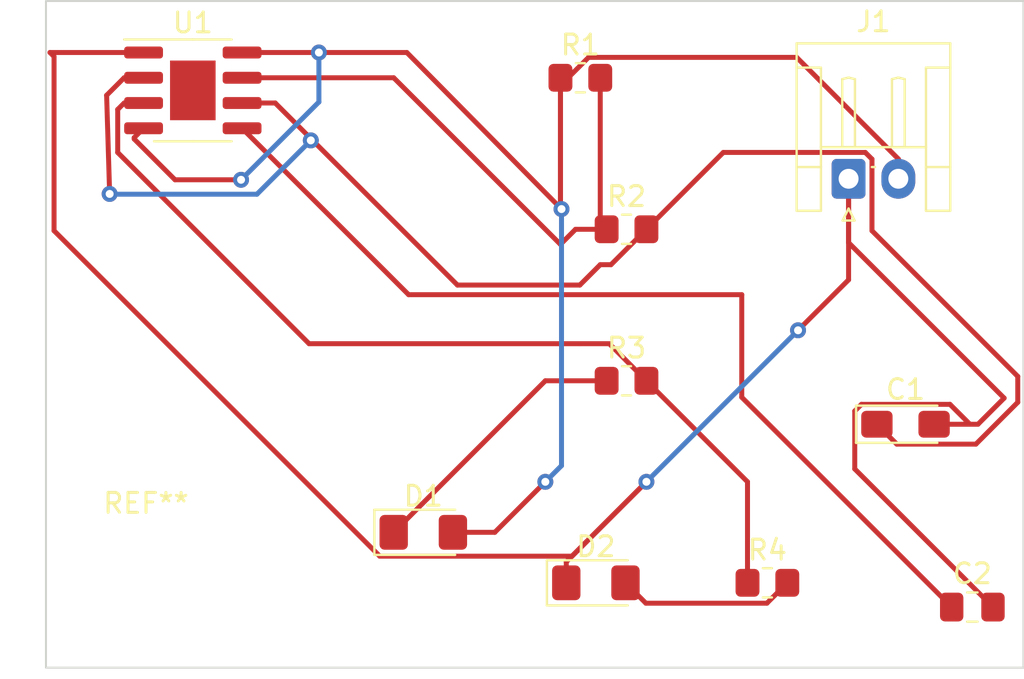
<source format=kicad_pcb>
(kicad_pcb (version 20221018) (generator pcbnew)
  (layers (0 "F.Cu" signal) (31 "B.Cu" signal) (34 "B.Paste" user) (35 "F.Paste" user) (36 "B.SilkS" user "B.Silkscreen") (37 "F.SilkS" user "F.Silkscreen") (38 "B.Mask" user) (39 "F.Mask" user) (44 "Edge.Cuts" user))
  (net 0 "")
  (net 1 "GND")
  (net 2 "/pin 2")
  (net 3 "/pin 3")
  (net 4 "+9V")
  (net 5 "Net-(U1-CV)")
  (net 6 "/pin 7")
  (net 7 "Net-(D1-K)")
  (net 8 "Net-(D2-A)")
  (footprint "Resistor_SMD:R_0805_2012Metric_Pad1.20x1.40mm_HandSolder" (layer "F.Cu") (at 90.66 55.88)
    (fp_text reference "R1" (at 0 -1.65) (layer "F.SilkS"))
    (fp_text value "1k")
    (fp_line (start -0.227064 -0.735) (end 0.227064 -0.735) (stroke (width 0.12)) (layer "F.SilkS"))
    (fp_line (start -0.227064 0.735) (end 0.227064 0.735) (stroke (width 0.12)) (layer "F.SilkS"))
    (pad "1" smd roundrect (at -1 0) (size 1.2 1.4) (layers "F.Cu" "F.Paste" "F.Mask") (roundrect_rratio 0.2083333333) (net 4 "+9V"))
    (pad "2" smd roundrect (at 1 0) (size 1.2 1.4) (layers "F.Cu" "F.Paste" "F.Mask") (roundrect_rratio 0.2083333333) (net 6 "/pin 7"))
  )
  (footprint "Resistor_SMD:R_0805_2012Metric_Pad1.20x1.40mm_HandSolder" (layer "F.Cu") (at 92.98 71.12)
    (fp_text reference "R3" (at 0 -1.65) (layer "F.SilkS"))
    (fp_text value "1k")
    (fp_line (start -0.227064 -0.735) (end 0.227064 -0.735) (stroke (width 0.12)) (layer "F.SilkS"))
    (fp_line (start -0.227064 0.735) (end 0.227064 0.735) (stroke (width 0.12)) (layer "F.SilkS"))
    (pad "1" smd roundrect (at -1 0) (size 1.2 1.4) (layers "F.Cu" "F.Paste" "F.Mask") (roundrect_rratio 0.2083333333) (net 7 "Net-(D1-K)"))
    (pad "2" smd roundrect (at 1 0) (size 1.2 1.4) (layers "F.Cu" "F.Paste" "F.Mask") (roundrect_rratio 0.2083333333) (net 3 "/pin 3"))
  )
  (footprint "Resistor_SMD:R_0805_2012Metric_Pad1.20x1.40mm_HandSolder" (layer "F.Cu") (at 92.98 63.5)
    (fp_text reference "R2" (at 0 -1.65) (layer "F.SilkS"))
    (fp_text value "10k")
    (fp_line (start -0.227064 -0.735) (end 0.227064 -0.735) (stroke (width 0.12)) (layer "F.SilkS"))
    (fp_line (start -0.227064 0.735) (end 0.227064 0.735) (stroke (width 0.12)) (layer "F.SilkS"))
    (pad "1" smd roundrect (at -1 0) (size 1.2 1.4) (layers "F.Cu" "F.Paste" "F.Mask") (roundrect_rratio 0.2083333333) (net 6 "/pin 7"))
    (pad "2" smd roundrect (at 1 0) (size 1.2 1.4) (layers "F.Cu" "F.Paste" "F.Mask") (roundrect_rratio 0.2083333333) (net 2 "/pin 2"))
  )
  (footprint "LED_SMD:LED_1206_3216Metric_Pad1.42x1.75mm_HandSolder" (layer "F.Cu") (at 82.7675 78.74)
    (fp_text reference "D1" (at 0 -1.82) (layer "F.SilkS"))
    (fp_text value "LED")
    (fp_line (start -2.46 -1.135) (end -2.46 1.135) (stroke (width 0.12)) (layer "F.SilkS"))
    (fp_line (start -2.46 1.135) (end 1.6 1.135) (stroke (width 0.12)) (layer "F.SilkS"))
    (fp_line (start 1.6 -1.135) (end -2.46 -1.135) (stroke (width 0.12)) (layer "F.SilkS"))
    (pad "1" smd roundrect (at -1.4875 0) (size 1.425 1.75) (layers "F.Cu" "F.Paste" "F.Mask") (roundrect_rratio 0.1754392982) (net 7 "Net-(D1-K)"))
    (pad "2" smd roundrect (at 1.4875 0) (size 1.425 1.75) (layers "F.Cu" "F.Paste" "F.Mask") (roundrect_rratio 0.1754392982) (net 4 "+9V"))
  )
  (footprint "Package_SO:SOIC-8-1EP_3.9x4.9mm_P1.27mm_EP2.29x3mm" (layer "F.Cu") (at 71.185 56.515)
    (fp_text reference "U1" (at 0 -3.4) (layer "F.SilkS"))
    (fp_text value "~")
    (fp_line (start 0 -2.56) (end -3.45 -2.56) (stroke (width 0.12)) (layer "F.SilkS"))
    (fp_line (start 0 -2.56) (end 1.95 -2.56) (stroke (width 0.12)) (layer "F.SilkS"))
    (fp_line (start 0 2.56) (end -1.95 2.56) (stroke (width 0.12)) (layer "F.SilkS"))
    (fp_line (start 0 2.56) (end 1.95 2.56) (stroke (width 0.12)) (layer "F.SilkS"))
    (pad "1" smd roundrect (at -2.475 -1.905) (size 1.95 0.6) (layers "F.Cu" "F.Paste" "F.Mask") (net 1 "GND"))
    (pad "2" smd roundrect (at -2.475 -0.635) (size 1.95 0.6) (layers "F.Cu" "F.Paste" "F.Mask") (net 2 "/pin 2"))
    (pad "3" smd roundrect (at -2.475 0.635) (size 1.95 0.6) (layers "F.Cu" "F.Paste" "F.Mask") (net 3 "/pin 3"))
    (pad "4" smd roundrect (at -2.475 1.905) (size 1.95 0.6) (layers "F.Cu" "F.Paste" "F.Mask") (net 4 "+9V"))
    (pad "5" smd roundrect (at 2.475 1.905) (size 1.95 0.6) (layers "F.Cu" "F.Paste" "F.Mask") (net 5 "Net-(U1-CV)"))
    (pad "6" smd roundrect (at 2.475 0.635) (size 1.95 0.6) (layers "F.Cu" "F.Paste" "F.Mask") (net 2 "/pin 2"))
    (pad "7" smd roundrect (at 2.475 -0.635) (size 1.95 0.6) (layers "F.Cu" "F.Paste" "F.Mask") (net 6 "/pin 7"))
    (pad "8" smd roundrect (at 2.475 -1.905) (size 1.95 0.6) (layers "F.Cu" "F.Paste" "F.Mask") (net 4 "+9V"))
    (pad "9" smd rect (at 0 0) (size 2.29 3) (layers "F.Cu" "F.Mask"))
  )
  (footprint "Capacitor_SMD:C_0805_2012Metric_Pad1.18x1.45mm_HandSolder" (layer "F.Cu") (at 110.3591 82.4992)
    (fp_text reference "C2" (at 0 -1.68) (layer "F.SilkS"))
    (fp_text value "0.01µF")
    (fp_line (start -0.261252 -0.735) (end 0.261252 -0.735) (stroke (width 0.12)) (layer "F.SilkS"))
    (fp_line (start -0.261252 0.735) (end 0.261252 0.735) (stroke (width 0.12)) (layer "F.SilkS"))
    (pad "1" smd roundrect (at -1.0375 0) (size 1.175 1.45) (layers "F.Cu" "F.Paste" "F.Mask") (roundrect_rratio 0.2127659574) (net 5 "Net-(U1-CV)"))
    (pad "2" smd roundrect (at 1.0375 0) (size 1.175 1.45) (layers "F.Cu" "F.Paste" "F.Mask") (roundrect_rratio 0.2127659574) (net 1 "GND"))
  )
  (footprint "MountingHole:MountingHole_3mm" (layer "F.Cu") (at 68.834 81.28)
    (fp_text reference "REF**" (at 0 -4) (layer "F.SilkS"))
    (fp_text value "MountingHole_3mm")
    (pad "" np_thru_hole circle (at 0 0) (size 3 3) (drill 3) (layers "*.Cu" "*.Mask"))
  )
  (footprint "Capacitor_Tantalum_SMD:CP_EIA-3216-18_Kemet-A_Pad1.58x1.35mm_HandSolder" (layer "F.Cu") (at 106.9999 73.3044)
    (fp_text reference "C1" (at 0 -1.75) (layer "F.SilkS"))
    (fp_text value "10 µF")
    (fp_line (start -2.485 -0.935) (end -2.485 0.935) (stroke (width 0.12)) (layer "F.SilkS"))
    (fp_line (start -2.485 0.935) (end 1.6 0.935) (stroke (width 0.12)) (layer "F.SilkS"))
    (fp_line (start 1.6 -0.935) (end -2.485 -0.935) (stroke (width 0.12)) (layer "F.SilkS"))
    (pad "1" smd roundrect (at -1.4375 0) (size 1.575 1.35) (layers "F.Cu" "F.Paste" "F.Mask") (roundrect_rratio 0.1851851852) (net 2 "/pin 2"))
    (pad "2" smd roundrect (at 1.4375 0) (size 1.575 1.35) (layers "F.Cu" "F.Paste" "F.Mask") (roundrect_rratio 0.1851851852) (net 1 "GND"))
  )
  (footprint "LED_SMD:LED_1206_3216Metric_Pad1.42x1.75mm_HandSolder" (layer "F.Cu") (at 91.44 81.28)
    (fp_text reference "D2" (at 0 -1.82) (layer "F.SilkS"))
    (fp_text value "LED")
    (fp_line (start -2.46 -1.135) (end -2.46 1.135) (stroke (width 0.12)) (layer "F.SilkS"))
    (fp_line (start -2.46 1.135) (end 1.6 1.135) (stroke (width 0.12)) (layer "F.SilkS"))
    (fp_line (start 1.6 -1.135) (end -2.46 -1.135) (stroke (width 0.12)) (layer "F.SilkS"))
    (pad "1" smd roundrect (at -1.4875 0) (size 1.425 1.75) (layers "F.Cu" "F.Paste" "F.Mask") (roundrect_rratio 0.1754392982) (net 1 "GND"))
    (pad "2" smd roundrect (at 1.4875 0) (size 1.425 1.75) (layers "F.Cu" "F.Paste" "F.Mask") (roundrect_rratio 0.1754392982) (net 8 "Net-(D2-A)"))
  )
  (footprint "Connector_JST:JST_EH_S2B-EH_1x02_P2.50mm_Horizontal" (layer "F.Cu") (at 104.14 60.96)
    (fp_text reference "J1" (at 1.25 -7.9) (layer "F.SilkS"))
    (fp_text value "+9V")
    (fp_line (start -2.61 -6.81) (end 5.11 -6.81) (stroke (width 0.12)) (layer "F.SilkS"))
    (fp_line (start -2.61 -5.59) (end -1.39 -5.59) (stroke (width 0.12)) (layer "F.SilkS"))
    (fp_line (start -2.61 1.61) (end -2.61 -6.81) (stroke (width 0.12)) (layer "F.SilkS"))
    (fp_line (start -1.39 -5.59) (end -1.39 -0.59) (stroke (width 0.12)) (layer "F.SilkS"))
    (fp_line (start -1.39 -1.59) (end 3.89 -1.59) (stroke (width 0.12)) (layer "F.SilkS"))
    (fp_line (start -1.39 -0.59) (end -2.61 -0.59) (stroke (width 0.12)) (layer "F.SilkS"))
    (fp_line (start -1.39 -0.59) (end -1.39 1.61) (stroke (width 0.12)) (layer "F.SilkS"))
    (fp_line (start -1.39 1.61) (end -2.61 1.61) (stroke (width 0.12)) (layer "F.SilkS"))
    (fp_line (start -0.32 -5.01) (end 0 -5.09) (stroke (width 0.12)) (layer "F.SilkS"))
    (fp_line (start -0.32 -1.59) (end -0.32 -5.01) (stroke (width 0.12)) (layer "F.SilkS"))
    (fp_line (start -0.3 2.1) (end 0.3 2.1) (stroke (width 0.12)) (layer "F.SilkS"))
    (fp_line (start 0 -5.09) (end 0.32 -5.01) (stroke (width 0.12)) (layer "F.SilkS"))
    (fp_line (start 0 -1.59) (end -0.32 -1.59) (stroke (width 0.12)) (layer "F.SilkS"))
    (fp_line (start 0 1.5) (end -0.3 2.1) (stroke (width 0.12)) (layer "F.SilkS"))
    (fp_line (start 0.3 2.1) (end 0 1.5) (stroke (width 0.12)) (layer "F.SilkS"))
    (fp_line (start 0.32 -5.01) (end 0.32 -1.59) (stroke (width 0.12)) (layer "F.SilkS"))
    (fp_line (start 0.32 -1.59) (end 0 -1.59) (stroke (width 0.12)) (layer "F.SilkS"))
    (fp_line (start 1.17 -0.59) (end 1.33 -0.59) (stroke (width 0.12)) (layer "F.SilkS"))
    (fp_line (start 2.18 -5.01) (end 2.5 -5.09) (stroke (width 0.12)) (layer "F.SilkS"))
    (fp_line (start 2.18 -1.59) (end 2.18 -5.01) (stroke (width 0.12)) (layer "F.SilkS"))
    (fp_line (start 2.5 -5.09) (end 2.82 -5.01) (stroke (width 0.12)) (layer "F.SilkS"))
    (fp_line (start 2.5 -1.59) (end 2.18 -1.59) (stroke (width 0.12)) (layer "F.SilkS"))
    (fp_line (start 2.82 -5.01) (end 2.82 -1.59) (stroke (width 0.12)) (layer "F.SilkS"))
    (fp_line (start 2.82 -1.59) (end 2.5 -1.59) (stroke (width 0.12)) (layer "F.SilkS"))
    (fp_line (start 3.89 -5.59) (end 3.89 -0.59) (stroke (width 0.12)) (layer "F.SilkS"))
    (fp_line (start 3.89 -0.59) (end 5.11 -0.59) (stroke (width 0.12)) (layer "F.SilkS"))
    (fp_line (start 3.89 1.61) (end 3.89 -0.59) (stroke (width 0.12)) (layer "F.SilkS"))
    (fp_line (start 5.11 -6.81) (end 5.11 1.61) (stroke (width 0.12)) (layer "F.SilkS"))
    (fp_line (start 5.11 -5.59) (end 3.89 -5.59) (stroke (width 0.12)) (layer "F.SilkS"))
    (fp_line (start 5.11 1.61) (end 3.89 1.61) (stroke (width 0.12)) (layer "F.SilkS"))
    (pad "1" thru_hole roundrect (at 0 0) (size 1.7 2) (drill 1) (layers "*.Cu" "*.Mask") (roundrect_rratio 0.1470588235) (net 1 "GND"))
    (pad "2" thru_hole oval (at 2.5 0) (size 1.7 2) (drill 1) (layers "*.Cu" "*.Mask") (net 4 "+9V"))
  )
  (footprint "Resistor_SMD:R_0805_2012Metric_Pad1.20x1.40mm_HandSolder" (layer "F.Cu") (at 100.06 81.28)
    (fp_text reference "R4" (at 0 -1.65) (layer "F.SilkS"))
    (fp_text value "1k")
    (fp_line (start -0.227064 -0.735) (end 0.227064 -0.735) (stroke (width 0.12)) (layer "F.SilkS"))
    (fp_line (start -0.227064 0.735) (end 0.227064 0.735) (stroke (width 0.12)) (layer "F.SilkS"))
    (pad "1" smd roundrect (at -1 0) (size 1.2 1.4) (layers "F.Cu" "F.Paste" "F.Mask") (roundrect_rratio 0.2083333333) (net 3 "/pin 3"))
    (pad "2" smd roundrect (at 1 0) (size 1.2 1.4) (layers "F.Cu" "F.Paste" "F.Mask") (roundrect_rratio 0.2083333333) (net 8 "Net-(D2-A)"))
  )
  (gr_rect (start 63.8048 52.0192) (end 112.9284 85.5472) (stroke (width 0.1)) (fill none) (layer "Edge.Cuts"))
  (segment (start 64.008 54.61) (end 68.71 54.61) (width 0.25) (layer "F.Cu") (net 1))
  (segment (start 104.4499 72.641226) (end 104.786726 72.3044) (width 0.25) (layer "F.Cu") (net 1))
  (segment (start 89.9525 80.2275) (end 93.98 76.2) (width 0.25) (layer "F.Cu") (net 1))
  (segment (start 89.9525 81.28) (end 89.9525 80.2275) (width 0.25) (layer "F.Cu") (net 1))
  (segment (start 104.14 66.04) (end 104.14 60.96) (width 0.25) (layer "F.Cu") (net 1))
  (segment (start 104.14 60.96) (end 104.14 64.173174) (width 0.25) (layer "F.Cu") (net 1))
  (segment (start 104.786726 72.3044) (end 109.236 72.3044) (width 0.25) (layer "F.Cu") (net 1))
  (segment (start 110.6424 73.3044) (end 110.236 73.3044) (width 0.25) (layer "F.Cu") (net 1))
  (segment (start 111.3966 82.4992) (end 104.4499 75.5525) (width 0.25) (layer "F.Cu") (net 1))
  (segment (start 104.14 64.173174) (end 111.956813 71.989987) (width 0.25) (layer "F.Cu") (net 1))
  (segment (start 110.236 73.3044) (end 108.4374 73.3044) (width 0.25) (layer "F.Cu") (net 1))
  (segment (start 93.98 76.2) (end 90.24 79.94) (width 0.25) (layer "F.Cu") (net 1))
  (segment (start 104.4499 75.5525) (end 104.4499 72.641226) (width 0.25) (layer "F.Cu") (net 1))
  (segment (start 80.579328 79.94) (end 64.2112 63.571872) (width 0.25) (layer "F.Cu") (net 1))
  (segment (start 90.24 79.94) (end 80.579328 79.94) (width 0.25) (layer "F.Cu") (net 1))
  (segment (start 101.6 68.58) (end 104.14 66.04) (width 0.25) (layer "F.Cu") (net 1))
  (segment (start 64.2112 63.571872) (end 64.2112 54.8132) (width 0.25) (layer "F.Cu") (net 1))
  (segment (start 109.236 72.3044) (end 110.236 73.3044) (width 0.25) (layer "F.Cu") (net 1))
  (segment (start 111.956813 71.989987) (end 110.6424 73.3044) (width 0.25) (layer "F.Cu") (net 1))
  (segment (start 64.2112 54.8132) (end 64.008 54.61) (width 0.25) (layer "F.Cu") (net 1))
  (via (at 101.6 68.58) (size 0.8) (drill 0.4) (layers "F.Cu" "B.Cu") (net 1))
  (via (at 93.98 76.2) (size 0.8) (drill 0.4) (layers "F.Cu" "B.Cu") (net 1))
  (segment (start 93.98 76.2) (end 101.6 68.58) (width 0.25) (layer "B.Cu") (net 1))
  (segment (start 67.735 55.88) (end 66.8528 56.7622) (width 0.25) (layer "F.Cu") (net 2))
  (segment (start 91.66 65.28) (end 90.635 66.305) (width 0.25) (layer "F.Cu") (net 2))
  (segment (start 104.978174 59.635) (end 97.845 59.635) (width 0.25) (layer "F.Cu") (net 2))
  (segment (start 110.538822 74.3044) (end 106.5624 74.3044) (width 0.25) (layer "F.Cu") (net 2))
  (segment (start 105.315 63.5725) (end 105.315 59.971826) (width 0.25) (layer "F.Cu") (net 2))
  (segment (start 112.64145 72.201772) (end 110.538822 74.3044) (width 0.25) (layer "F.Cu") (net 2))
  (segment (start 77.1144 58.937648) (end 75.326752 57.15) (width 0.25) (layer "F.Cu") (net 2))
  (segment (start 90.635 66.305) (end 84.481752 66.305) (width 0.25) (layer "F.Cu") (net 2))
  (segment (start 75.326752 57.15) (end 73.66 57.15) (width 0.25) (layer "F.Cu") (net 2))
  (segment (start 68.71 55.88) (end 67.735 55.88) (width 0.25) (layer "F.Cu") (net 2))
  (segment (start 67.0052 61.722) (end 66.8528 61.6712) (width 0.25) (layer "F.Cu") (net 2))
  (segment (start 112.64145 70.89895) (end 112.64145 72.201772) (width 0.25) (layer "F.Cu") (net 2))
  (segment (start 77.1144 59.0296) (end 77.1144 58.937648) (width 0.25) (layer "F.Cu") (net 2))
  (segment (start 92.2 65.28) (end 91.66 65.28) (width 0.25) (layer "F.Cu") (net 2))
  (segment (start 84.481752 66.305) (end 77.206352 59.0296) (width 0.25) (layer "F.Cu") (net 2))
  (segment (start 66.8528 56.7622) (end 67.0052 61.722) (width 0.25) (layer "F.Cu") (net 2))
  (segment (start 93.98 63.5) (end 92.2 65.28) (width 0.25) (layer "F.Cu") (net 2))
  (segment (start 106.5624 74.3044) (end 105.5624 73.3044) (width 0.25) (layer "F.Cu") (net 2))
  (segment (start 112.64145 70.89895) (end 105.315 63.5725) (width 0.25) (layer "F.Cu") (net 2))
  (segment (start 77.206352 59.0296) (end 77.1144 59.0296) (width 0.25) (layer "F.Cu") (net 2))
  (segment (start 97.845 59.635) (end 93.98 63.5) (width 0.25) (layer "F.Cu") (net 2))
  (segment (start 105.315 59.971826) (end 104.978174 59.635) (width 0.25) (layer "F.Cu") (net 2))
  (via (at 77.1144 59.0296) (size 0.8) (drill 0.4) (layers "F.Cu" "B.Cu") (net 2))
  (via (at 67.0052 61.722) (size 0.8) (drill 0.4) (layers "F.Cu" "B.Cu") (net 2))
  (segment (start 67.019 61.7358) (end 67.0052 61.722) (width 0.25) (layer "B.Cu") (net 2))
  (segment (start 77.1144 59.0296) (end 74.4082 61.7358) (width 0.25) (layer "B.Cu") (net 2))
  (segment (start 74.4082 61.7358) (end 67.019 61.7358) (width 0.25) (layer "B.Cu") (net 2))
  (segment (start 92.115 69.255) (end 90.635 69.255) (width 0.25) (layer "F.Cu") (net 3))
  (segment (start 67.41 57.475) (end 67.735 57.15) (width 0.25) (layer "F.Cu") (net 3))
  (segment (start 99.06 81.28) (end 99.06 76.2) (width 0.25) (layer "F.Cu") (net 3))
  (segment (start 77.0274 69.255) (end 67.41 59.6376) (width 0.25) (layer "F.Cu") (net 3))
  (segment (start 67.41 59.6376) (end 67.41 57.475) (width 0.25) (layer "F.Cu") (net 3))
  (segment (start 93.98 71.12) (end 92.115 69.255) (width 0.25) (layer "F.Cu") (net 3))
  (segment (start 67.735 57.15) (end 68.71 57.15) (width 0.25) (layer "F.Cu") (net 3))
  (segment (start 90.635 69.255) (end 77.0274 69.255) (width 0.25) (layer "F.Cu") (net 3))
  (segment (start 99.06 76.2) (end 93.98 71.12) (width 0.25) (layer "F.Cu") (net 3))
  (segment (start 101.531258 54.855) (end 91.071826 54.855) (width 0.25) (layer "F.Cu") (net 4))
  (segment (start 84.255 78.74) (end 86.36 78.74) (width 0.25) (layer "F.Cu") (net 4))
  (segment (start 89.7128 62.484) (end 89.66 62.33) (width 0.25) (layer "F.Cu") (net 4))
  (segment (start 68.71 58.42) (end 68.241422 58.888578) (width 0.25) (layer "F.Cu") (net 4))
  (segment (start 68.241422 58.961778) (end 70.290444 61.0108) (width 0.25) (layer "F.Cu") (net 4))
  (segment (start 73.6092 61.0108) (end 73.5076 61.0108) (width 0.25) (layer "F.Cu") (net 4))
  (segment (start 91.071826 54.855) (end 89.66 56.266826) (width 0.25) (layer "F.Cu") (net 4))
  (segment (start 70.290444 61.0108) (end 73.6092 61.0108) (width 0.25) (layer "F.Cu") (net 4))
  (segment (start 89.66 55.88) (end 89.66 62.33) (width 0.25) (layer "F.Cu") (net 4))
  (segment (start 106.64 59.963742) (end 101.531258 54.855) (width 0.25) (layer "F.Cu") (net 4))
  (segment (start 106.64 60.96) (end 106.64 59.963742) (width 0.25) (layer "F.Cu") (net 4))
  (segment (start 81.94 54.61) (end 89.7128 62.484) (width 0.25) (layer "F.Cu") (net 4))
  (segment (start 68.241422 58.888578) (end 68.241422 58.961778) (width 0.25) (layer "F.Cu") (net 4))
  (segment (start 77.5208 54.61) (end 81.94 54.61) (width 0.25) (layer "F.Cu") (net 4))
  (segment (start 73.66 54.61) (end 77.5208 54.61) (width 0.25) (layer "F.Cu") (net 4))
  (segment (start 86.36 78.74) (end 88.9 76.2) (width 0.25) (layer "F.Cu") (net 4))
  (segment (start 89.66 56.266826) (end 89.66 62.33) (width 0.25) (layer "F.Cu") (net 4))
  (via (at 73.6092 61.0108) (size 0.8) (drill 0.4) (layers "F.Cu" "B.Cu") (net 4))
  (via (at 88.9 76.2) (size 0.8) (drill 0.4) (layers "F.Cu" "B.Cu") (net 4))
  (via (at 77.5208 54.61) (size 0.8) (drill 0.4) (layers "F.Cu" "B.Cu") (net 4))
  (via (at 89.7128 62.484) (size 0.8) (drill 0.4) (layers "F.Cu" "B.Cu") (net 4))
  (segment (start 77.5208 57.0992) (end 73.6092 61.0108) (width 0.25) (layer "B.Cu") (net 4))
  (segment (start 89.7128 62.484) (end 89.7128 75.3872) (width 0.25) (layer "B.Cu") (net 4))
  (segment (start 89.7128 75.3872) (end 88.9 76.2) (width 0.25) (layer "B.Cu") (net 4))
  (segment (start 77.5208 54.61) (end 77.5208 57.0992) (width 0.25) (layer "B.Cu") (net 4))
  (segment (start 82.028604 66.788604) (end 98.771104 66.788604) (width 0.25) (layer "F.Cu") (net 5))
  (segment (start 98.771104 71.948704) (end 109.3216 82.4992) (width 0.25) (layer "F.Cu") (net 5))
  (segment (start 98.771104 66.788604) (end 98.771104 71.948704) (width 0.25) (layer "F.Cu") (net 5))
  (segment (start 73.66 58.42) (end 82.028604 66.788604) (width 0.25) (layer "F.Cu") (net 5))
  (segment (start 91.98 63.5) (end 90.42 63.5) (width 0.25) (layer "F.Cu") (net 6))
  (segment (start 91.66 63.18) (end 91.98 63.5) (width 0.25) (layer "F.Cu") (net 6))
  (segment (start 73.66 55.88) (end 81.28 55.88) (width 0.25) (layer "F.Cu") (net 6))
  (segment (start 81.28 55.88) (end 89.66 64.26) (width 0.25) (layer "F.Cu") (net 6))
  (segment (start 91.66 55.88) (end 91.66 63.18) (width 0.25) (layer "F.Cu") (net 6))
  (segment (start 90.42 63.5) (end 89.66 64.26) (width 0.25) (layer "F.Cu") (net 6))
  (segment (start 91.98 71.12) (end 88.9 71.12) (width 0.25) (layer "F.Cu") (net 7))
  (segment (start 88.9 71.12) (end 81.28 78.74) (width 0.25) (layer "F.Cu") (net 7))
  (segment (start 100.035 82.305) (end 101.06 81.28) (width 0.25) (layer "F.Cu") (net 8))
  (segment (start 93.9525 82.305) (end 100.035 82.305) (width 0.25) (layer "F.Cu") (net 8))
  (segment (start 92.9275 81.28) (end 93.9525 82.305) (width 0.25) (layer "F.Cu") (net 8))
)
</source>
